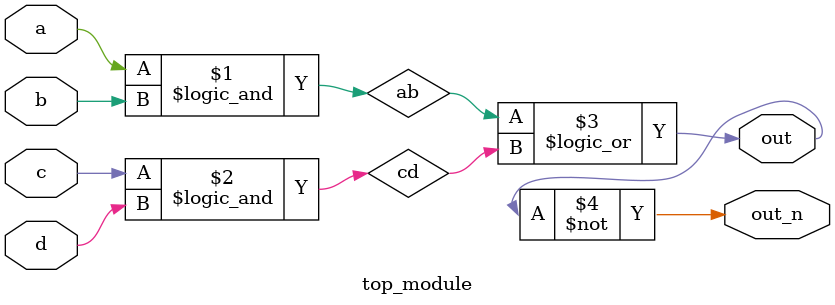
<source format=v>
`default_nettype none
module top_module(
    input a,
    input b,
    input c,
    input d,
    output out,
    output out_n   ); 
    wire ab,cd;
    assign ab=a && b;
    assign cd=c && d;
    assign out = ab || cd;
    assign out_n = ~out;

endmodule

</source>
